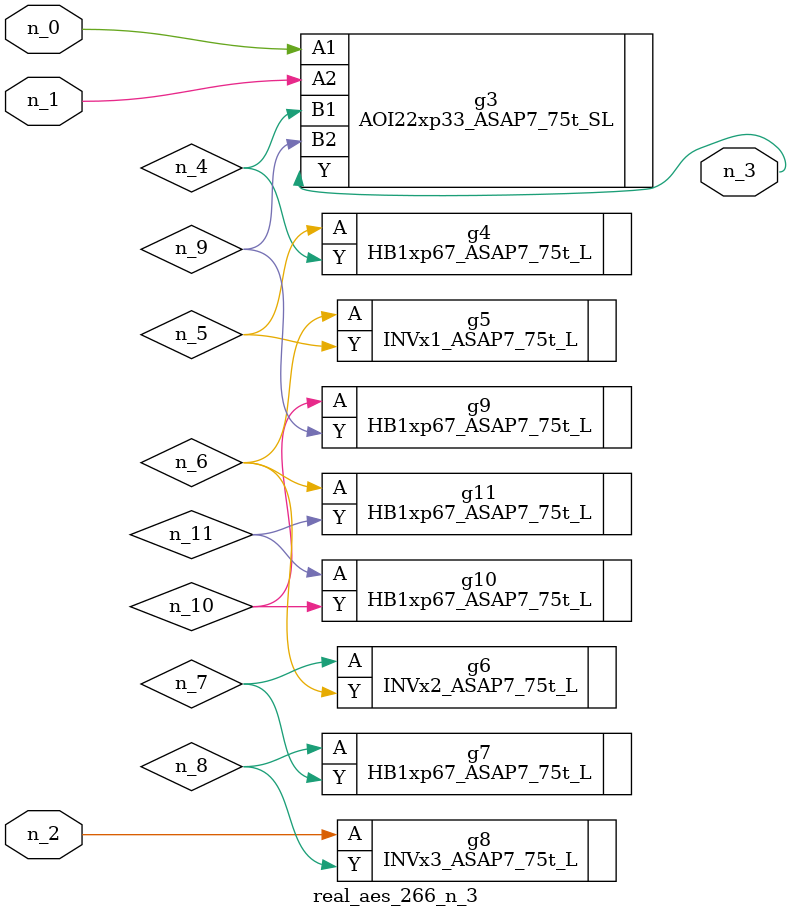
<source format=v>
module real_aes_266_n_3 (n_0, n_2, n_1, n_3);
input n_0;
input n_2;
input n_1;
output n_3;
wire n_4;
wire n_5;
wire n_7;
wire n_9;
wire n_6;
wire n_8;
wire n_10;
wire n_11;
AOI22xp33_ASAP7_75t_SL g3 ( .A1(n_0), .A2(n_1), .B1(n_4), .B2(n_9), .Y(n_3) );
INVx3_ASAP7_75t_L g8 ( .A(n_2), .Y(n_8) );
HB1xp67_ASAP7_75t_L g4 ( .A(n_5), .Y(n_4) );
INVx1_ASAP7_75t_L g5 ( .A(n_6), .Y(n_5) );
HB1xp67_ASAP7_75t_L g11 ( .A(n_6), .Y(n_11) );
INVx2_ASAP7_75t_L g6 ( .A(n_7), .Y(n_6) );
HB1xp67_ASAP7_75t_L g7 ( .A(n_8), .Y(n_7) );
HB1xp67_ASAP7_75t_L g9 ( .A(n_10), .Y(n_9) );
HB1xp67_ASAP7_75t_L g10 ( .A(n_11), .Y(n_10) );
endmodule
</source>
